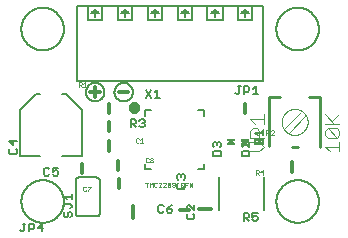
<source format=gbr>
G04 EAGLE Gerber RS-274X export*
G75*
%MOMM*%
%FSLAX34Y34*%
%LPD*%
%INSilkscreen Top*%
%IPPOS*%
%AMOC8*
5,1,8,0,0,1.08239X$1,22.5*%
G01*
%ADD10C,0.304800*%
%ADD11C,0.025400*%
%ADD12C,0.254000*%
%ADD13C,0.101600*%
%ADD14C,0.203200*%
%ADD15C,0.152400*%
%ADD16R,0.762000X0.127000*%
%ADD17C,0.500000*%
%ADD18C,0.050800*%

G36*
X196889Y117861D02*
X196889Y117861D01*
X196909Y117859D01*
X197010Y117884D01*
X197112Y117903D01*
X197129Y117913D01*
X197148Y117917D01*
X197236Y117973D01*
X197326Y118024D01*
X197343Y118041D01*
X197356Y118049D01*
X197376Y118074D01*
X197444Y118142D01*
X199984Y121317D01*
X199999Y121343D01*
X200020Y121365D01*
X200059Y121450D01*
X200105Y121532D01*
X200111Y121561D01*
X200123Y121588D01*
X200133Y121681D01*
X200151Y121773D01*
X200147Y121803D01*
X200150Y121832D01*
X200130Y121924D01*
X200118Y122017D01*
X200104Y122044D01*
X200098Y122073D01*
X200050Y122153D01*
X200008Y122237D01*
X199987Y122258D01*
X199972Y122284D01*
X199900Y122345D01*
X199834Y122411D01*
X199808Y122424D01*
X199785Y122444D01*
X199698Y122479D01*
X199614Y122521D01*
X199584Y122525D01*
X199557Y122536D01*
X199390Y122554D01*
X194310Y122554D01*
X194281Y122549D01*
X194251Y122552D01*
X194160Y122530D01*
X194067Y122515D01*
X194041Y122501D01*
X194012Y122494D01*
X193933Y122443D01*
X193850Y122399D01*
X193829Y122378D01*
X193804Y122362D01*
X193745Y122289D01*
X193681Y122221D01*
X193668Y122194D01*
X193649Y122171D01*
X193616Y122083D01*
X193577Y121998D01*
X193574Y121968D01*
X193563Y121941D01*
X193560Y121847D01*
X193550Y121754D01*
X193556Y121724D01*
X193555Y121695D01*
X193582Y121605D01*
X193602Y121513D01*
X193617Y121488D01*
X193626Y121459D01*
X193716Y121317D01*
X196256Y118142D01*
X196333Y118073D01*
X196406Y118000D01*
X196424Y117991D01*
X196438Y117978D01*
X196534Y117936D01*
X196626Y117890D01*
X196646Y117888D01*
X196664Y117880D01*
X196767Y117871D01*
X196870Y117857D01*
X196889Y117861D01*
G37*
G36*
X187354Y117481D02*
X187354Y117481D01*
X187384Y117478D01*
X187475Y117500D01*
X187568Y117516D01*
X187594Y117529D01*
X187623Y117536D01*
X187702Y117587D01*
X187785Y117631D01*
X187806Y117652D01*
X187831Y117668D01*
X187890Y117741D01*
X187955Y117809D01*
X187967Y117836D01*
X187986Y117859D01*
X188019Y117947D01*
X188058Y118032D01*
X188061Y118062D01*
X188072Y118089D01*
X188075Y118183D01*
X188085Y118276D01*
X188079Y118306D01*
X188080Y118335D01*
X188053Y118425D01*
X188033Y118517D01*
X188018Y118542D01*
X188009Y118571D01*
X187919Y118713D01*
X185379Y121888D01*
X185302Y121957D01*
X185229Y122030D01*
X185212Y122039D01*
X185197Y122052D01*
X185101Y122094D01*
X185009Y122140D01*
X184989Y122142D01*
X184971Y122150D01*
X184868Y122159D01*
X184765Y122173D01*
X184746Y122169D01*
X184726Y122171D01*
X184625Y122146D01*
X184523Y122127D01*
X184506Y122117D01*
X184487Y122113D01*
X184400Y122057D01*
X184309Y122006D01*
X184292Y121989D01*
X184279Y121981D01*
X184259Y121956D01*
X184191Y121888D01*
X181651Y118713D01*
X181636Y118687D01*
X181616Y118665D01*
X181576Y118580D01*
X181530Y118498D01*
X181524Y118469D01*
X181512Y118442D01*
X181502Y118349D01*
X181484Y118257D01*
X181488Y118227D01*
X181485Y118198D01*
X181505Y118106D01*
X181518Y118013D01*
X181531Y117986D01*
X181537Y117957D01*
X181585Y117877D01*
X181627Y117793D01*
X181648Y117772D01*
X181663Y117746D01*
X181735Y117685D01*
X181801Y117619D01*
X181827Y117606D01*
X181850Y117586D01*
X181937Y117551D01*
X182021Y117509D01*
X182051Y117505D01*
X182078Y117494D01*
X182245Y117476D01*
X187325Y117476D01*
X187354Y117481D01*
G37*
G36*
X211484Y117481D02*
X211484Y117481D01*
X211514Y117478D01*
X211605Y117500D01*
X211698Y117516D01*
X211724Y117529D01*
X211753Y117536D01*
X211832Y117587D01*
X211915Y117631D01*
X211936Y117652D01*
X211961Y117668D01*
X212020Y117741D01*
X212085Y117809D01*
X212097Y117836D01*
X212116Y117859D01*
X212149Y117947D01*
X212188Y118032D01*
X212191Y118062D01*
X212202Y118089D01*
X212205Y118183D01*
X212215Y118276D01*
X212209Y118306D01*
X212210Y118335D01*
X212183Y118425D01*
X212163Y118517D01*
X212148Y118542D01*
X212139Y118571D01*
X212049Y118713D01*
X209509Y121888D01*
X209432Y121957D01*
X209359Y122030D01*
X209342Y122039D01*
X209327Y122052D01*
X209231Y122094D01*
X209139Y122140D01*
X209119Y122142D01*
X209101Y122150D01*
X208998Y122159D01*
X208895Y122173D01*
X208876Y122169D01*
X208856Y122171D01*
X208755Y122146D01*
X208653Y122127D01*
X208636Y122117D01*
X208617Y122113D01*
X208530Y122057D01*
X208439Y122006D01*
X208422Y121989D01*
X208409Y121981D01*
X208389Y121956D01*
X208321Y121888D01*
X205781Y118713D01*
X205766Y118687D01*
X205746Y118665D01*
X205706Y118580D01*
X205660Y118498D01*
X205654Y118469D01*
X205642Y118442D01*
X205632Y118349D01*
X205614Y118257D01*
X205618Y118227D01*
X205615Y118198D01*
X205635Y118106D01*
X205648Y118013D01*
X205661Y117986D01*
X205667Y117957D01*
X205715Y117877D01*
X205757Y117793D01*
X205778Y117772D01*
X205793Y117746D01*
X205865Y117685D01*
X205931Y117619D01*
X205957Y117606D01*
X205980Y117586D01*
X206067Y117551D01*
X206151Y117509D01*
X206181Y117505D01*
X206208Y117494D01*
X206375Y117476D01*
X211455Y117476D01*
X211484Y117481D01*
G37*
D10*
X81280Y120840D02*
X81280Y112840D01*
D11*
X106174Y123320D02*
X106809Y122685D01*
X106174Y123320D02*
X104903Y123320D01*
X104267Y122685D01*
X104267Y120143D01*
X104903Y119507D01*
X106174Y119507D01*
X106809Y120143D01*
X108009Y122049D02*
X109280Y123320D01*
X109280Y119507D01*
X108009Y119507D02*
X110551Y119507D01*
D10*
X81280Y144590D02*
X81280Y152590D01*
D11*
X56007Y167132D02*
X56007Y170945D01*
X57914Y170945D01*
X58549Y170310D01*
X58549Y169039D01*
X57914Y168403D01*
X56007Y168403D01*
X57278Y168403D02*
X58549Y167132D01*
X59749Y169674D02*
X61020Y170945D01*
X61020Y167132D01*
X59749Y167132D02*
X62291Y167132D01*
D10*
X196850Y152590D02*
X196850Y144590D01*
D11*
X214893Y130051D02*
X214893Y126238D01*
X214893Y130051D02*
X216799Y130051D01*
X217435Y129416D01*
X217435Y128145D01*
X216799Y127509D01*
X214893Y127509D01*
X216164Y127509D02*
X217435Y126238D01*
X218635Y126238D02*
X221177Y126238D01*
X218635Y126238D02*
X221177Y128780D01*
X221177Y129416D01*
X220542Y130051D01*
X219270Y130051D01*
X218635Y129416D01*
D10*
X90170Y89090D02*
X90170Y81090D01*
D11*
X62495Y81791D02*
X61859Y82426D01*
X60588Y82426D01*
X59953Y81791D01*
X59953Y79249D01*
X60588Y78613D01*
X61859Y78613D01*
X62495Y79249D01*
X63695Y82426D02*
X66237Y82426D01*
X66237Y81791D01*
X63695Y79249D01*
X63695Y78613D01*
D10*
X89535Y96330D02*
X89535Y104330D01*
D11*
X114429Y106810D02*
X115064Y106175D01*
X114429Y106810D02*
X113158Y106810D01*
X112522Y106175D01*
X112522Y103633D01*
X113158Y102997D01*
X114429Y102997D01*
X115064Y103633D01*
X116264Y106175D02*
X116900Y106810D01*
X118171Y106810D01*
X118806Y106175D01*
X118806Y105539D01*
X118171Y104904D01*
X118806Y104268D01*
X118806Y103633D01*
X118171Y102997D01*
X116900Y102997D01*
X116264Y103633D01*
X116264Y104268D01*
X116900Y104904D01*
X116264Y105539D01*
X116264Y106175D01*
X116900Y104904D02*
X118171Y104904D01*
D12*
X260260Y116160D02*
X260260Y158660D01*
X250760Y158660D01*
X226760Y158660D02*
X217260Y158660D01*
X217260Y117160D01*
X236260Y115660D02*
X241260Y115660D01*
D13*
X233760Y128160D02*
X247760Y142160D01*
X244260Y145660D02*
X230260Y131660D01*
X227760Y137160D02*
X227763Y137430D01*
X227773Y137700D01*
X227790Y137969D01*
X227813Y138238D01*
X227843Y138507D01*
X227879Y138774D01*
X227922Y139041D01*
X227971Y139306D01*
X228027Y139570D01*
X228090Y139833D01*
X228158Y140094D01*
X228234Y140353D01*
X228315Y140610D01*
X228403Y140866D01*
X228497Y141119D01*
X228597Y141370D01*
X228704Y141618D01*
X228816Y141863D01*
X228935Y142106D01*
X229059Y142345D01*
X229189Y142582D01*
X229325Y142815D01*
X229467Y143045D01*
X229614Y143271D01*
X229767Y143494D01*
X229925Y143713D01*
X230088Y143928D01*
X230257Y144138D01*
X230431Y144345D01*
X230610Y144547D01*
X230793Y144745D01*
X230982Y144938D01*
X231175Y145127D01*
X231373Y145310D01*
X231575Y145489D01*
X231782Y145663D01*
X231992Y145832D01*
X232207Y145995D01*
X232426Y146153D01*
X232649Y146306D01*
X232875Y146453D01*
X233105Y146595D01*
X233338Y146731D01*
X233575Y146861D01*
X233814Y146985D01*
X234057Y147104D01*
X234302Y147216D01*
X234550Y147323D01*
X234801Y147423D01*
X235054Y147517D01*
X235310Y147605D01*
X235567Y147686D01*
X235826Y147762D01*
X236087Y147830D01*
X236350Y147893D01*
X236614Y147949D01*
X236879Y147998D01*
X237146Y148041D01*
X237413Y148077D01*
X237682Y148107D01*
X237951Y148130D01*
X238220Y148147D01*
X238490Y148157D01*
X238760Y148160D01*
X239030Y148157D01*
X239300Y148147D01*
X239569Y148130D01*
X239838Y148107D01*
X240107Y148077D01*
X240374Y148041D01*
X240641Y147998D01*
X240906Y147949D01*
X241170Y147893D01*
X241433Y147830D01*
X241694Y147762D01*
X241953Y147686D01*
X242210Y147605D01*
X242466Y147517D01*
X242719Y147423D01*
X242970Y147323D01*
X243218Y147216D01*
X243463Y147104D01*
X243706Y146985D01*
X243945Y146861D01*
X244182Y146731D01*
X244415Y146595D01*
X244645Y146453D01*
X244871Y146306D01*
X245094Y146153D01*
X245313Y145995D01*
X245528Y145832D01*
X245738Y145663D01*
X245945Y145489D01*
X246147Y145310D01*
X246345Y145127D01*
X246538Y144938D01*
X246727Y144745D01*
X246910Y144547D01*
X247089Y144345D01*
X247263Y144138D01*
X247432Y143928D01*
X247595Y143713D01*
X247753Y143494D01*
X247906Y143271D01*
X248053Y143045D01*
X248195Y142815D01*
X248331Y142582D01*
X248461Y142345D01*
X248585Y142106D01*
X248704Y141863D01*
X248816Y141618D01*
X248923Y141370D01*
X249023Y141119D01*
X249117Y140866D01*
X249205Y140610D01*
X249286Y140353D01*
X249362Y140094D01*
X249430Y139833D01*
X249493Y139570D01*
X249549Y139306D01*
X249598Y139041D01*
X249641Y138774D01*
X249677Y138507D01*
X249707Y138238D01*
X249730Y137969D01*
X249747Y137700D01*
X249757Y137430D01*
X249760Y137160D01*
X249757Y136890D01*
X249747Y136620D01*
X249730Y136351D01*
X249707Y136082D01*
X249677Y135813D01*
X249641Y135546D01*
X249598Y135279D01*
X249549Y135014D01*
X249493Y134750D01*
X249430Y134487D01*
X249362Y134226D01*
X249286Y133967D01*
X249205Y133710D01*
X249117Y133454D01*
X249023Y133201D01*
X248923Y132950D01*
X248816Y132702D01*
X248704Y132457D01*
X248585Y132214D01*
X248461Y131975D01*
X248331Y131738D01*
X248195Y131505D01*
X248053Y131275D01*
X247906Y131049D01*
X247753Y130826D01*
X247595Y130607D01*
X247432Y130392D01*
X247263Y130182D01*
X247089Y129975D01*
X246910Y129773D01*
X246727Y129575D01*
X246538Y129382D01*
X246345Y129193D01*
X246147Y129010D01*
X245945Y128831D01*
X245738Y128657D01*
X245528Y128488D01*
X245313Y128325D01*
X245094Y128167D01*
X244871Y128014D01*
X244645Y127867D01*
X244415Y127725D01*
X244182Y127589D01*
X243945Y127459D01*
X243706Y127335D01*
X243463Y127216D01*
X243218Y127104D01*
X242970Y126997D01*
X242719Y126897D01*
X242466Y126803D01*
X242210Y126715D01*
X241953Y126634D01*
X241694Y126558D01*
X241433Y126490D01*
X241170Y126427D01*
X240906Y126371D01*
X240641Y126322D01*
X240374Y126279D01*
X240107Y126243D01*
X239838Y126213D01*
X239569Y126190D01*
X239300Y126173D01*
X239030Y126163D01*
X238760Y126160D01*
X238490Y126163D01*
X238220Y126173D01*
X237951Y126190D01*
X237682Y126213D01*
X237413Y126243D01*
X237146Y126279D01*
X236879Y126322D01*
X236614Y126371D01*
X236350Y126427D01*
X236087Y126490D01*
X235826Y126558D01*
X235567Y126634D01*
X235310Y126715D01*
X235054Y126803D01*
X234801Y126897D01*
X234550Y126997D01*
X234302Y127104D01*
X234057Y127216D01*
X233814Y127335D01*
X233575Y127459D01*
X233338Y127589D01*
X233105Y127725D01*
X232875Y127867D01*
X232649Y128014D01*
X232426Y128167D01*
X232207Y128325D01*
X231992Y128488D01*
X231782Y128657D01*
X231575Y128831D01*
X231373Y129010D01*
X231175Y129193D01*
X230982Y129382D01*
X230793Y129575D01*
X230610Y129773D01*
X230431Y129975D01*
X230257Y130182D01*
X230088Y130392D01*
X229925Y130607D01*
X229767Y130826D01*
X229614Y131049D01*
X229467Y131275D01*
X229325Y131505D01*
X229189Y131738D01*
X229059Y131975D01*
X228935Y132214D01*
X228816Y132457D01*
X228704Y132702D01*
X228597Y132950D01*
X228497Y133201D01*
X228403Y133454D01*
X228315Y133710D01*
X228234Y133967D01*
X228158Y134226D01*
X228090Y134487D01*
X228027Y134750D01*
X227971Y135014D01*
X227922Y135279D01*
X227879Y135546D01*
X227843Y135813D01*
X227813Y136082D01*
X227790Y136351D01*
X227773Y136620D01*
X227763Y136890D01*
X227760Y137160D01*
X208954Y112268D02*
X201158Y112268D01*
X208954Y112268D02*
X212852Y116166D01*
X208954Y120064D01*
X201158Y120064D01*
X201158Y123962D02*
X212852Y123962D01*
X201158Y123962D02*
X201158Y129809D01*
X203107Y131758D01*
X207005Y131758D01*
X208954Y129809D01*
X208954Y123962D01*
X208954Y127860D02*
X212852Y131758D01*
X205056Y135656D02*
X201158Y139554D01*
X212852Y139554D01*
X212852Y135656D02*
X212852Y143452D01*
X264658Y116166D02*
X268556Y112268D01*
X264658Y116166D02*
X276352Y116166D01*
X276352Y112268D02*
X276352Y120064D01*
X274403Y123962D02*
X266607Y123962D01*
X264658Y125911D01*
X264658Y129809D01*
X266607Y131758D01*
X274403Y131758D01*
X276352Y129809D01*
X276352Y125911D01*
X274403Y123962D01*
X266607Y131758D01*
X264658Y135656D02*
X276352Y135656D01*
X272454Y135656D02*
X264658Y143452D01*
X270505Y137605D02*
X276352Y143452D01*
D10*
X236220Y103060D02*
X236220Y95060D01*
D11*
X206003Y96396D02*
X206003Y92583D01*
X206003Y96396D02*
X207909Y96396D01*
X208545Y95761D01*
X208545Y94490D01*
X207909Y93854D01*
X206003Y93854D01*
X207274Y93854D02*
X208545Y92583D01*
X211652Y92583D02*
X211652Y96396D01*
X209745Y94490D01*
X212287Y94490D01*
D14*
X7400Y215900D02*
X7405Y216342D01*
X7422Y216783D01*
X7449Y217224D01*
X7487Y217664D01*
X7535Y218103D01*
X7595Y218541D01*
X7665Y218977D01*
X7746Y219412D01*
X7837Y219844D01*
X7939Y220274D01*
X8052Y220701D01*
X8175Y221125D01*
X8308Y221546D01*
X8452Y221964D01*
X8606Y222378D01*
X8770Y222788D01*
X8944Y223194D01*
X9128Y223596D01*
X9322Y223993D01*
X9525Y224385D01*
X9738Y224772D01*
X9961Y225154D01*
X10193Y225530D01*
X10434Y225900D01*
X10683Y226265D01*
X10942Y226623D01*
X11210Y226974D01*
X11486Y227319D01*
X11770Y227657D01*
X12063Y227988D01*
X12364Y228312D01*
X12672Y228628D01*
X12988Y228936D01*
X13312Y229237D01*
X13643Y229530D01*
X13981Y229814D01*
X14326Y230090D01*
X14677Y230358D01*
X15035Y230617D01*
X15400Y230866D01*
X15770Y231107D01*
X16146Y231339D01*
X16528Y231562D01*
X16915Y231775D01*
X17307Y231978D01*
X17704Y232172D01*
X18106Y232356D01*
X18512Y232530D01*
X18922Y232694D01*
X19336Y232848D01*
X19754Y232992D01*
X20175Y233125D01*
X20599Y233248D01*
X21026Y233361D01*
X21456Y233463D01*
X21888Y233554D01*
X22323Y233635D01*
X22759Y233705D01*
X23197Y233765D01*
X23636Y233813D01*
X24076Y233851D01*
X24517Y233878D01*
X24958Y233895D01*
X25400Y233900D01*
X25842Y233895D01*
X26283Y233878D01*
X26724Y233851D01*
X27164Y233813D01*
X27603Y233765D01*
X28041Y233705D01*
X28477Y233635D01*
X28912Y233554D01*
X29344Y233463D01*
X29774Y233361D01*
X30201Y233248D01*
X30625Y233125D01*
X31046Y232992D01*
X31464Y232848D01*
X31878Y232694D01*
X32288Y232530D01*
X32694Y232356D01*
X33096Y232172D01*
X33493Y231978D01*
X33885Y231775D01*
X34272Y231562D01*
X34654Y231339D01*
X35030Y231107D01*
X35400Y230866D01*
X35765Y230617D01*
X36123Y230358D01*
X36474Y230090D01*
X36819Y229814D01*
X37157Y229530D01*
X37488Y229237D01*
X37812Y228936D01*
X38128Y228628D01*
X38436Y228312D01*
X38737Y227988D01*
X39030Y227657D01*
X39314Y227319D01*
X39590Y226974D01*
X39858Y226623D01*
X40117Y226265D01*
X40366Y225900D01*
X40607Y225530D01*
X40839Y225154D01*
X41062Y224772D01*
X41275Y224385D01*
X41478Y223993D01*
X41672Y223596D01*
X41856Y223194D01*
X42030Y222788D01*
X42194Y222378D01*
X42348Y221964D01*
X42492Y221546D01*
X42625Y221125D01*
X42748Y220701D01*
X42861Y220274D01*
X42963Y219844D01*
X43054Y219412D01*
X43135Y218977D01*
X43205Y218541D01*
X43265Y218103D01*
X43313Y217664D01*
X43351Y217224D01*
X43378Y216783D01*
X43395Y216342D01*
X43400Y215900D01*
X43395Y215458D01*
X43378Y215017D01*
X43351Y214576D01*
X43313Y214136D01*
X43265Y213697D01*
X43205Y213259D01*
X43135Y212823D01*
X43054Y212388D01*
X42963Y211956D01*
X42861Y211526D01*
X42748Y211099D01*
X42625Y210675D01*
X42492Y210254D01*
X42348Y209836D01*
X42194Y209422D01*
X42030Y209012D01*
X41856Y208606D01*
X41672Y208204D01*
X41478Y207807D01*
X41275Y207415D01*
X41062Y207028D01*
X40839Y206646D01*
X40607Y206270D01*
X40366Y205900D01*
X40117Y205535D01*
X39858Y205177D01*
X39590Y204826D01*
X39314Y204481D01*
X39030Y204143D01*
X38737Y203812D01*
X38436Y203488D01*
X38128Y203172D01*
X37812Y202864D01*
X37488Y202563D01*
X37157Y202270D01*
X36819Y201986D01*
X36474Y201710D01*
X36123Y201442D01*
X35765Y201183D01*
X35400Y200934D01*
X35030Y200693D01*
X34654Y200461D01*
X34272Y200238D01*
X33885Y200025D01*
X33493Y199822D01*
X33096Y199628D01*
X32694Y199444D01*
X32288Y199270D01*
X31878Y199106D01*
X31464Y198952D01*
X31046Y198808D01*
X30625Y198675D01*
X30201Y198552D01*
X29774Y198439D01*
X29344Y198337D01*
X28912Y198246D01*
X28477Y198165D01*
X28041Y198095D01*
X27603Y198035D01*
X27164Y197987D01*
X26724Y197949D01*
X26283Y197922D01*
X25842Y197905D01*
X25400Y197900D01*
X24958Y197905D01*
X24517Y197922D01*
X24076Y197949D01*
X23636Y197987D01*
X23197Y198035D01*
X22759Y198095D01*
X22323Y198165D01*
X21888Y198246D01*
X21456Y198337D01*
X21026Y198439D01*
X20599Y198552D01*
X20175Y198675D01*
X19754Y198808D01*
X19336Y198952D01*
X18922Y199106D01*
X18512Y199270D01*
X18106Y199444D01*
X17704Y199628D01*
X17307Y199822D01*
X16915Y200025D01*
X16528Y200238D01*
X16146Y200461D01*
X15770Y200693D01*
X15400Y200934D01*
X15035Y201183D01*
X14677Y201442D01*
X14326Y201710D01*
X13981Y201986D01*
X13643Y202270D01*
X13312Y202563D01*
X12988Y202864D01*
X12672Y203172D01*
X12364Y203488D01*
X12063Y203812D01*
X11770Y204143D01*
X11486Y204481D01*
X11210Y204826D01*
X10942Y205177D01*
X10683Y205535D01*
X10434Y205900D01*
X10193Y206270D01*
X9961Y206646D01*
X9738Y207028D01*
X9525Y207415D01*
X9322Y207807D01*
X9128Y208204D01*
X8944Y208606D01*
X8770Y209012D01*
X8606Y209422D01*
X8452Y209836D01*
X8308Y210254D01*
X8175Y210675D01*
X8052Y211099D01*
X7939Y211526D01*
X7837Y211956D01*
X7746Y212388D01*
X7665Y212823D01*
X7595Y213259D01*
X7535Y213697D01*
X7487Y214136D01*
X7449Y214576D01*
X7422Y215017D01*
X7405Y215458D01*
X7400Y215900D01*
X223300Y215900D02*
X223305Y216342D01*
X223322Y216783D01*
X223349Y217224D01*
X223387Y217664D01*
X223435Y218103D01*
X223495Y218541D01*
X223565Y218977D01*
X223646Y219412D01*
X223737Y219844D01*
X223839Y220274D01*
X223952Y220701D01*
X224075Y221125D01*
X224208Y221546D01*
X224352Y221964D01*
X224506Y222378D01*
X224670Y222788D01*
X224844Y223194D01*
X225028Y223596D01*
X225222Y223993D01*
X225425Y224385D01*
X225638Y224772D01*
X225861Y225154D01*
X226093Y225530D01*
X226334Y225900D01*
X226583Y226265D01*
X226842Y226623D01*
X227110Y226974D01*
X227386Y227319D01*
X227670Y227657D01*
X227963Y227988D01*
X228264Y228312D01*
X228572Y228628D01*
X228888Y228936D01*
X229212Y229237D01*
X229543Y229530D01*
X229881Y229814D01*
X230226Y230090D01*
X230577Y230358D01*
X230935Y230617D01*
X231300Y230866D01*
X231670Y231107D01*
X232046Y231339D01*
X232428Y231562D01*
X232815Y231775D01*
X233207Y231978D01*
X233604Y232172D01*
X234006Y232356D01*
X234412Y232530D01*
X234822Y232694D01*
X235236Y232848D01*
X235654Y232992D01*
X236075Y233125D01*
X236499Y233248D01*
X236926Y233361D01*
X237356Y233463D01*
X237788Y233554D01*
X238223Y233635D01*
X238659Y233705D01*
X239097Y233765D01*
X239536Y233813D01*
X239976Y233851D01*
X240417Y233878D01*
X240858Y233895D01*
X241300Y233900D01*
X241742Y233895D01*
X242183Y233878D01*
X242624Y233851D01*
X243064Y233813D01*
X243503Y233765D01*
X243941Y233705D01*
X244377Y233635D01*
X244812Y233554D01*
X245244Y233463D01*
X245674Y233361D01*
X246101Y233248D01*
X246525Y233125D01*
X246946Y232992D01*
X247364Y232848D01*
X247778Y232694D01*
X248188Y232530D01*
X248594Y232356D01*
X248996Y232172D01*
X249393Y231978D01*
X249785Y231775D01*
X250172Y231562D01*
X250554Y231339D01*
X250930Y231107D01*
X251300Y230866D01*
X251665Y230617D01*
X252023Y230358D01*
X252374Y230090D01*
X252719Y229814D01*
X253057Y229530D01*
X253388Y229237D01*
X253712Y228936D01*
X254028Y228628D01*
X254336Y228312D01*
X254637Y227988D01*
X254930Y227657D01*
X255214Y227319D01*
X255490Y226974D01*
X255758Y226623D01*
X256017Y226265D01*
X256266Y225900D01*
X256507Y225530D01*
X256739Y225154D01*
X256962Y224772D01*
X257175Y224385D01*
X257378Y223993D01*
X257572Y223596D01*
X257756Y223194D01*
X257930Y222788D01*
X258094Y222378D01*
X258248Y221964D01*
X258392Y221546D01*
X258525Y221125D01*
X258648Y220701D01*
X258761Y220274D01*
X258863Y219844D01*
X258954Y219412D01*
X259035Y218977D01*
X259105Y218541D01*
X259165Y218103D01*
X259213Y217664D01*
X259251Y217224D01*
X259278Y216783D01*
X259295Y216342D01*
X259300Y215900D01*
X259295Y215458D01*
X259278Y215017D01*
X259251Y214576D01*
X259213Y214136D01*
X259165Y213697D01*
X259105Y213259D01*
X259035Y212823D01*
X258954Y212388D01*
X258863Y211956D01*
X258761Y211526D01*
X258648Y211099D01*
X258525Y210675D01*
X258392Y210254D01*
X258248Y209836D01*
X258094Y209422D01*
X257930Y209012D01*
X257756Y208606D01*
X257572Y208204D01*
X257378Y207807D01*
X257175Y207415D01*
X256962Y207028D01*
X256739Y206646D01*
X256507Y206270D01*
X256266Y205900D01*
X256017Y205535D01*
X255758Y205177D01*
X255490Y204826D01*
X255214Y204481D01*
X254930Y204143D01*
X254637Y203812D01*
X254336Y203488D01*
X254028Y203172D01*
X253712Y202864D01*
X253388Y202563D01*
X253057Y202270D01*
X252719Y201986D01*
X252374Y201710D01*
X252023Y201442D01*
X251665Y201183D01*
X251300Y200934D01*
X250930Y200693D01*
X250554Y200461D01*
X250172Y200238D01*
X249785Y200025D01*
X249393Y199822D01*
X248996Y199628D01*
X248594Y199444D01*
X248188Y199270D01*
X247778Y199106D01*
X247364Y198952D01*
X246946Y198808D01*
X246525Y198675D01*
X246101Y198552D01*
X245674Y198439D01*
X245244Y198337D01*
X244812Y198246D01*
X244377Y198165D01*
X243941Y198095D01*
X243503Y198035D01*
X243064Y197987D01*
X242624Y197949D01*
X242183Y197922D01*
X241742Y197905D01*
X241300Y197900D01*
X240858Y197905D01*
X240417Y197922D01*
X239976Y197949D01*
X239536Y197987D01*
X239097Y198035D01*
X238659Y198095D01*
X238223Y198165D01*
X237788Y198246D01*
X237356Y198337D01*
X236926Y198439D01*
X236499Y198552D01*
X236075Y198675D01*
X235654Y198808D01*
X235236Y198952D01*
X234822Y199106D01*
X234412Y199270D01*
X234006Y199444D01*
X233604Y199628D01*
X233207Y199822D01*
X232815Y200025D01*
X232428Y200238D01*
X232046Y200461D01*
X231670Y200693D01*
X231300Y200934D01*
X230935Y201183D01*
X230577Y201442D01*
X230226Y201710D01*
X229881Y201986D01*
X229543Y202270D01*
X229212Y202563D01*
X228888Y202864D01*
X228572Y203172D01*
X228264Y203488D01*
X227963Y203812D01*
X227670Y204143D01*
X227386Y204481D01*
X227110Y204826D01*
X226842Y205177D01*
X226583Y205535D01*
X226334Y205900D01*
X226093Y206270D01*
X225861Y206646D01*
X225638Y207028D01*
X225425Y207415D01*
X225222Y207807D01*
X225028Y208204D01*
X224844Y208606D01*
X224670Y209012D01*
X224506Y209422D01*
X224352Y209836D01*
X224208Y210254D01*
X224075Y210675D01*
X223952Y211099D01*
X223839Y211526D01*
X223737Y211956D01*
X223646Y212388D01*
X223565Y212823D01*
X223495Y213259D01*
X223435Y213697D01*
X223387Y214136D01*
X223349Y214576D01*
X223322Y215017D01*
X223305Y215458D01*
X223300Y215900D01*
D10*
X167640Y63500D02*
X157480Y63500D01*
D15*
X148351Y59143D02*
X147249Y58042D01*
X147249Y55839D01*
X148351Y54737D01*
X152757Y54737D01*
X153859Y55839D01*
X153859Y58042D01*
X152757Y59143D01*
X153859Y62221D02*
X153859Y66628D01*
X149453Y66628D02*
X153859Y62221D01*
X149453Y66628D02*
X148351Y66628D01*
X147249Y65526D01*
X147249Y63323D01*
X148351Y62221D01*
X7452Y44450D02*
X6350Y45552D01*
X7452Y44450D02*
X8553Y44450D01*
X9655Y45552D01*
X9655Y51060D01*
X10756Y51060D02*
X8553Y51060D01*
X13834Y51060D02*
X13834Y44450D01*
X13834Y51060D02*
X17139Y51060D01*
X18241Y49958D01*
X18241Y47755D01*
X17139Y46653D01*
X13834Y46653D01*
X24623Y44450D02*
X24623Y51060D01*
X21318Y47755D01*
X25725Y47755D01*
X54650Y172200D02*
X212050Y172200D01*
X54650Y172200D02*
X54650Y235200D01*
X164750Y235200D01*
X177750Y235200D01*
X190750Y235200D02*
X202750Y235200D01*
X212050Y235200D01*
X212050Y172200D01*
X202750Y223200D02*
X202750Y235200D01*
X202750Y223200D02*
X190750Y223200D01*
X190750Y235200D01*
X177750Y235200D01*
X177750Y223200D01*
X164750Y223200D01*
X164750Y235200D01*
X151950Y235200D02*
X151950Y223200D01*
X139950Y223200D01*
X139950Y235200D01*
X126550Y235200D02*
X126550Y223200D01*
X114550Y223200D01*
X114550Y235200D01*
X196750Y232200D02*
X196750Y226200D01*
X199750Y229200D02*
X196750Y232200D01*
X199750Y229200D02*
X193750Y229200D01*
X196750Y232200D01*
X171350Y232200D02*
X171350Y226200D01*
X174350Y229200D02*
X171350Y232200D01*
X174350Y229200D02*
X168350Y229200D01*
X171350Y232200D01*
X145950Y232200D02*
X145950Y226200D01*
X148950Y229200D02*
X145950Y232200D01*
X148950Y229200D02*
X142950Y229200D01*
X145950Y232200D01*
X120550Y232200D02*
X120550Y226200D01*
X123550Y229200D02*
X120550Y232200D01*
X123550Y229200D02*
X117550Y229200D01*
X120550Y232200D01*
X101150Y235200D02*
X101150Y223200D01*
X89150Y223200D01*
X89150Y235200D01*
X95150Y232200D02*
X95150Y226200D01*
X98150Y229200D02*
X95150Y232200D01*
X98150Y229200D02*
X92150Y229200D01*
X95150Y232200D01*
X75750Y235200D02*
X75750Y223200D01*
X63750Y223200D01*
X63750Y235200D01*
X69750Y232200D02*
X69750Y226200D01*
X72750Y229200D02*
X69750Y232200D01*
X72750Y229200D02*
X66750Y229200D01*
X69750Y232200D01*
X188622Y161648D02*
X189723Y160546D01*
X190825Y160546D01*
X191926Y161648D01*
X191926Y167156D01*
X190825Y167156D02*
X193028Y167156D01*
X196106Y167156D02*
X196106Y160546D01*
X196106Y167156D02*
X199411Y167156D01*
X200512Y166054D01*
X200512Y163851D01*
X199411Y162749D01*
X196106Y162749D01*
X203590Y164952D02*
X205793Y167156D01*
X205793Y160546D01*
X203590Y160546D02*
X207996Y160546D01*
D10*
X149415Y62230D02*
X141415Y62230D01*
D15*
X139313Y84077D02*
X140415Y85178D01*
X139313Y84077D02*
X139313Y81874D01*
X140415Y80772D01*
X144821Y80772D01*
X145923Y81874D01*
X145923Y84077D01*
X144821Y85178D01*
X140415Y88256D02*
X139313Y89358D01*
X139313Y91561D01*
X140415Y92663D01*
X141517Y92663D01*
X142618Y91561D01*
X142618Y90459D01*
X142618Y91561D02*
X143720Y92663D01*
X144821Y92663D01*
X145923Y91561D01*
X145923Y89358D01*
X144821Y88256D01*
D10*
X73818Y162560D02*
X65881Y162560D01*
X69850Y166528D02*
X69850Y158592D01*
D14*
X62033Y162560D02*
X62035Y162752D01*
X62042Y162944D01*
X62054Y163135D01*
X62071Y163326D01*
X62092Y163517D01*
X62118Y163707D01*
X62148Y163896D01*
X62183Y164085D01*
X62223Y164273D01*
X62267Y164459D01*
X62316Y164645D01*
X62370Y164829D01*
X62428Y165012D01*
X62490Y165193D01*
X62557Y165373D01*
X62628Y165551D01*
X62704Y165728D01*
X62784Y165902D01*
X62868Y166075D01*
X62956Y166245D01*
X63049Y166413D01*
X63145Y166579D01*
X63246Y166742D01*
X63350Y166903D01*
X63459Y167061D01*
X63571Y167217D01*
X63687Y167369D01*
X63807Y167519D01*
X63931Y167666D01*
X64058Y167810D01*
X64189Y167950D01*
X64323Y168087D01*
X64460Y168221D01*
X64600Y168352D01*
X64744Y168479D01*
X64891Y168603D01*
X65041Y168723D01*
X65193Y168839D01*
X65349Y168951D01*
X65507Y169060D01*
X65668Y169164D01*
X65831Y169265D01*
X65997Y169361D01*
X66165Y169454D01*
X66335Y169542D01*
X66508Y169626D01*
X66682Y169706D01*
X66859Y169782D01*
X67037Y169853D01*
X67217Y169920D01*
X67398Y169982D01*
X67581Y170040D01*
X67765Y170094D01*
X67951Y170143D01*
X68137Y170187D01*
X68325Y170227D01*
X68514Y170262D01*
X68703Y170292D01*
X68893Y170318D01*
X69084Y170339D01*
X69275Y170356D01*
X69466Y170368D01*
X69658Y170375D01*
X69850Y170377D01*
X70042Y170375D01*
X70234Y170368D01*
X70425Y170356D01*
X70616Y170339D01*
X70807Y170318D01*
X70997Y170292D01*
X71186Y170262D01*
X71375Y170227D01*
X71563Y170187D01*
X71749Y170143D01*
X71935Y170094D01*
X72119Y170040D01*
X72302Y169982D01*
X72483Y169920D01*
X72663Y169853D01*
X72841Y169782D01*
X73018Y169706D01*
X73192Y169626D01*
X73365Y169542D01*
X73535Y169454D01*
X73703Y169361D01*
X73869Y169265D01*
X74032Y169164D01*
X74193Y169060D01*
X74351Y168951D01*
X74507Y168839D01*
X74659Y168723D01*
X74809Y168603D01*
X74956Y168479D01*
X75100Y168352D01*
X75240Y168221D01*
X75377Y168087D01*
X75511Y167950D01*
X75642Y167810D01*
X75769Y167666D01*
X75893Y167519D01*
X76013Y167369D01*
X76129Y167217D01*
X76241Y167061D01*
X76350Y166903D01*
X76454Y166742D01*
X76555Y166579D01*
X76651Y166413D01*
X76744Y166245D01*
X76832Y166075D01*
X76916Y165902D01*
X76996Y165728D01*
X77072Y165551D01*
X77143Y165373D01*
X77210Y165193D01*
X77272Y165012D01*
X77330Y164829D01*
X77384Y164645D01*
X77433Y164459D01*
X77477Y164273D01*
X77517Y164085D01*
X77552Y163896D01*
X77582Y163707D01*
X77608Y163517D01*
X77629Y163326D01*
X77646Y163135D01*
X77658Y162944D01*
X77665Y162752D01*
X77667Y162560D01*
X77665Y162368D01*
X77658Y162176D01*
X77646Y161985D01*
X77629Y161794D01*
X77608Y161603D01*
X77582Y161413D01*
X77552Y161224D01*
X77517Y161035D01*
X77477Y160847D01*
X77433Y160661D01*
X77384Y160475D01*
X77330Y160291D01*
X77272Y160108D01*
X77210Y159927D01*
X77143Y159747D01*
X77072Y159569D01*
X76996Y159392D01*
X76916Y159218D01*
X76832Y159045D01*
X76744Y158875D01*
X76651Y158707D01*
X76555Y158541D01*
X76454Y158378D01*
X76350Y158217D01*
X76241Y158059D01*
X76129Y157903D01*
X76013Y157751D01*
X75893Y157601D01*
X75769Y157454D01*
X75642Y157310D01*
X75511Y157170D01*
X75377Y157033D01*
X75240Y156899D01*
X75100Y156768D01*
X74956Y156641D01*
X74809Y156517D01*
X74659Y156397D01*
X74507Y156281D01*
X74351Y156169D01*
X74193Y156060D01*
X74032Y155956D01*
X73869Y155855D01*
X73703Y155759D01*
X73535Y155666D01*
X73365Y155578D01*
X73192Y155494D01*
X73018Y155414D01*
X72841Y155338D01*
X72663Y155267D01*
X72483Y155200D01*
X72302Y155138D01*
X72119Y155080D01*
X71935Y155026D01*
X71749Y154977D01*
X71563Y154933D01*
X71375Y154893D01*
X71186Y154858D01*
X70997Y154828D01*
X70807Y154802D01*
X70616Y154781D01*
X70425Y154764D01*
X70234Y154752D01*
X70042Y154745D01*
X69850Y154743D01*
X69658Y154745D01*
X69466Y154752D01*
X69275Y154764D01*
X69084Y154781D01*
X68893Y154802D01*
X68703Y154828D01*
X68514Y154858D01*
X68325Y154893D01*
X68137Y154933D01*
X67951Y154977D01*
X67765Y155026D01*
X67581Y155080D01*
X67398Y155138D01*
X67217Y155200D01*
X67037Y155267D01*
X66859Y155338D01*
X66682Y155414D01*
X66508Y155494D01*
X66335Y155578D01*
X66165Y155666D01*
X65997Y155759D01*
X65831Y155855D01*
X65668Y155956D01*
X65507Y156060D01*
X65349Y156169D01*
X65193Y156281D01*
X65041Y156397D01*
X64891Y156517D01*
X64744Y156641D01*
X64600Y156768D01*
X64460Y156899D01*
X64323Y157033D01*
X64189Y157170D01*
X64058Y157310D01*
X63931Y157454D01*
X63807Y157601D01*
X63687Y157751D01*
X63571Y157903D01*
X63459Y158059D01*
X63350Y158217D01*
X63246Y158378D01*
X63145Y158541D01*
X63049Y158707D01*
X62956Y158875D01*
X62868Y159045D01*
X62784Y159218D01*
X62704Y159392D01*
X62628Y159569D01*
X62557Y159747D01*
X62490Y159927D01*
X62428Y160108D01*
X62370Y160291D01*
X62316Y160475D01*
X62267Y160661D01*
X62223Y160847D01*
X62183Y161035D01*
X62148Y161224D01*
X62118Y161413D01*
X62092Y161603D01*
X62071Y161794D01*
X62054Y161985D01*
X62042Y162176D01*
X62035Y162368D01*
X62033Y162560D01*
D10*
X90011Y162560D02*
X97948Y162560D01*
D14*
X86163Y162560D02*
X86165Y162752D01*
X86172Y162944D01*
X86184Y163135D01*
X86201Y163326D01*
X86222Y163517D01*
X86248Y163707D01*
X86278Y163896D01*
X86313Y164085D01*
X86353Y164273D01*
X86397Y164459D01*
X86446Y164645D01*
X86500Y164829D01*
X86558Y165012D01*
X86620Y165193D01*
X86687Y165373D01*
X86758Y165551D01*
X86834Y165728D01*
X86914Y165902D01*
X86998Y166075D01*
X87086Y166245D01*
X87179Y166413D01*
X87275Y166579D01*
X87376Y166742D01*
X87480Y166903D01*
X87589Y167061D01*
X87701Y167217D01*
X87817Y167369D01*
X87937Y167519D01*
X88061Y167666D01*
X88188Y167810D01*
X88319Y167950D01*
X88453Y168087D01*
X88590Y168221D01*
X88730Y168352D01*
X88874Y168479D01*
X89021Y168603D01*
X89171Y168723D01*
X89323Y168839D01*
X89479Y168951D01*
X89637Y169060D01*
X89798Y169164D01*
X89961Y169265D01*
X90127Y169361D01*
X90295Y169454D01*
X90465Y169542D01*
X90638Y169626D01*
X90812Y169706D01*
X90989Y169782D01*
X91167Y169853D01*
X91347Y169920D01*
X91528Y169982D01*
X91711Y170040D01*
X91895Y170094D01*
X92081Y170143D01*
X92267Y170187D01*
X92455Y170227D01*
X92644Y170262D01*
X92833Y170292D01*
X93023Y170318D01*
X93214Y170339D01*
X93405Y170356D01*
X93596Y170368D01*
X93788Y170375D01*
X93980Y170377D01*
X94172Y170375D01*
X94364Y170368D01*
X94555Y170356D01*
X94746Y170339D01*
X94937Y170318D01*
X95127Y170292D01*
X95316Y170262D01*
X95505Y170227D01*
X95693Y170187D01*
X95879Y170143D01*
X96065Y170094D01*
X96249Y170040D01*
X96432Y169982D01*
X96613Y169920D01*
X96793Y169853D01*
X96971Y169782D01*
X97148Y169706D01*
X97322Y169626D01*
X97495Y169542D01*
X97665Y169454D01*
X97833Y169361D01*
X97999Y169265D01*
X98162Y169164D01*
X98323Y169060D01*
X98481Y168951D01*
X98637Y168839D01*
X98789Y168723D01*
X98939Y168603D01*
X99086Y168479D01*
X99230Y168352D01*
X99370Y168221D01*
X99507Y168087D01*
X99641Y167950D01*
X99772Y167810D01*
X99899Y167666D01*
X100023Y167519D01*
X100143Y167369D01*
X100259Y167217D01*
X100371Y167061D01*
X100480Y166903D01*
X100584Y166742D01*
X100685Y166579D01*
X100781Y166413D01*
X100874Y166245D01*
X100962Y166075D01*
X101046Y165902D01*
X101126Y165728D01*
X101202Y165551D01*
X101273Y165373D01*
X101340Y165193D01*
X101402Y165012D01*
X101460Y164829D01*
X101514Y164645D01*
X101563Y164459D01*
X101607Y164273D01*
X101647Y164085D01*
X101682Y163896D01*
X101712Y163707D01*
X101738Y163517D01*
X101759Y163326D01*
X101776Y163135D01*
X101788Y162944D01*
X101795Y162752D01*
X101797Y162560D01*
X101795Y162368D01*
X101788Y162176D01*
X101776Y161985D01*
X101759Y161794D01*
X101738Y161603D01*
X101712Y161413D01*
X101682Y161224D01*
X101647Y161035D01*
X101607Y160847D01*
X101563Y160661D01*
X101514Y160475D01*
X101460Y160291D01*
X101402Y160108D01*
X101340Y159927D01*
X101273Y159747D01*
X101202Y159569D01*
X101126Y159392D01*
X101046Y159218D01*
X100962Y159045D01*
X100874Y158875D01*
X100781Y158707D01*
X100685Y158541D01*
X100584Y158378D01*
X100480Y158217D01*
X100371Y158059D01*
X100259Y157903D01*
X100143Y157751D01*
X100023Y157601D01*
X99899Y157454D01*
X99772Y157310D01*
X99641Y157170D01*
X99507Y157033D01*
X99370Y156899D01*
X99230Y156768D01*
X99086Y156641D01*
X98939Y156517D01*
X98789Y156397D01*
X98637Y156281D01*
X98481Y156169D01*
X98323Y156060D01*
X98162Y155956D01*
X97999Y155855D01*
X97833Y155759D01*
X97665Y155666D01*
X97495Y155578D01*
X97322Y155494D01*
X97148Y155414D01*
X96971Y155338D01*
X96793Y155267D01*
X96613Y155200D01*
X96432Y155138D01*
X96249Y155080D01*
X96065Y155026D01*
X95879Y154977D01*
X95693Y154933D01*
X95505Y154893D01*
X95316Y154858D01*
X95127Y154828D01*
X94937Y154802D01*
X94746Y154781D01*
X94555Y154764D01*
X94364Y154752D01*
X94172Y154745D01*
X93980Y154743D01*
X93788Y154745D01*
X93596Y154752D01*
X93405Y154764D01*
X93214Y154781D01*
X93023Y154802D01*
X92833Y154828D01*
X92644Y154858D01*
X92455Y154893D01*
X92267Y154933D01*
X92081Y154977D01*
X91895Y155026D01*
X91711Y155080D01*
X91528Y155138D01*
X91347Y155200D01*
X91167Y155267D01*
X90989Y155338D01*
X90812Y155414D01*
X90638Y155494D01*
X90465Y155578D01*
X90295Y155666D01*
X90127Y155759D01*
X89961Y155855D01*
X89798Y155956D01*
X89637Y156060D01*
X89479Y156169D01*
X89323Y156281D01*
X89171Y156397D01*
X89021Y156517D01*
X88874Y156641D01*
X88730Y156768D01*
X88590Y156899D01*
X88453Y157033D01*
X88319Y157170D01*
X88188Y157310D01*
X88061Y157454D01*
X87937Y157601D01*
X87817Y157751D01*
X87701Y157903D01*
X87589Y158059D01*
X87480Y158217D01*
X87376Y158378D01*
X87275Y158541D01*
X87179Y158707D01*
X87086Y158875D01*
X86998Y159045D01*
X86914Y159218D01*
X86834Y159392D01*
X86758Y159569D01*
X86687Y159747D01*
X86620Y159927D01*
X86558Y160108D01*
X86500Y160291D01*
X86446Y160475D01*
X86397Y160661D01*
X86353Y160847D01*
X86313Y161035D01*
X86278Y161224D01*
X86248Y161413D01*
X86222Y161603D01*
X86201Y161794D01*
X86184Y161985D01*
X86172Y162176D01*
X86165Y162368D01*
X86163Y162560D01*
D10*
X81280Y137350D02*
X81280Y129350D01*
D15*
X99822Y132842D02*
X99822Y139452D01*
X103127Y139452D01*
X104228Y138350D01*
X104228Y136147D01*
X103127Y135045D01*
X99822Y135045D01*
X102025Y135045D02*
X104228Y132842D01*
X107306Y138350D02*
X108408Y139452D01*
X110611Y139452D01*
X111713Y138350D01*
X111713Y137248D01*
X110611Y136147D01*
X109509Y136147D01*
X110611Y136147D02*
X111713Y135045D01*
X111713Y133944D01*
X110611Y132842D01*
X108408Y132842D01*
X107306Y133944D01*
D14*
X7400Y69850D02*
X7405Y70292D01*
X7422Y70733D01*
X7449Y71174D01*
X7487Y71614D01*
X7535Y72053D01*
X7595Y72491D01*
X7665Y72927D01*
X7746Y73362D01*
X7837Y73794D01*
X7939Y74224D01*
X8052Y74651D01*
X8175Y75075D01*
X8308Y75496D01*
X8452Y75914D01*
X8606Y76328D01*
X8770Y76738D01*
X8944Y77144D01*
X9128Y77546D01*
X9322Y77943D01*
X9525Y78335D01*
X9738Y78722D01*
X9961Y79104D01*
X10193Y79480D01*
X10434Y79850D01*
X10683Y80215D01*
X10942Y80573D01*
X11210Y80924D01*
X11486Y81269D01*
X11770Y81607D01*
X12063Y81938D01*
X12364Y82262D01*
X12672Y82578D01*
X12988Y82886D01*
X13312Y83187D01*
X13643Y83480D01*
X13981Y83764D01*
X14326Y84040D01*
X14677Y84308D01*
X15035Y84567D01*
X15400Y84816D01*
X15770Y85057D01*
X16146Y85289D01*
X16528Y85512D01*
X16915Y85725D01*
X17307Y85928D01*
X17704Y86122D01*
X18106Y86306D01*
X18512Y86480D01*
X18922Y86644D01*
X19336Y86798D01*
X19754Y86942D01*
X20175Y87075D01*
X20599Y87198D01*
X21026Y87311D01*
X21456Y87413D01*
X21888Y87504D01*
X22323Y87585D01*
X22759Y87655D01*
X23197Y87715D01*
X23636Y87763D01*
X24076Y87801D01*
X24517Y87828D01*
X24958Y87845D01*
X25400Y87850D01*
X25842Y87845D01*
X26283Y87828D01*
X26724Y87801D01*
X27164Y87763D01*
X27603Y87715D01*
X28041Y87655D01*
X28477Y87585D01*
X28912Y87504D01*
X29344Y87413D01*
X29774Y87311D01*
X30201Y87198D01*
X30625Y87075D01*
X31046Y86942D01*
X31464Y86798D01*
X31878Y86644D01*
X32288Y86480D01*
X32694Y86306D01*
X33096Y86122D01*
X33493Y85928D01*
X33885Y85725D01*
X34272Y85512D01*
X34654Y85289D01*
X35030Y85057D01*
X35400Y84816D01*
X35765Y84567D01*
X36123Y84308D01*
X36474Y84040D01*
X36819Y83764D01*
X37157Y83480D01*
X37488Y83187D01*
X37812Y82886D01*
X38128Y82578D01*
X38436Y82262D01*
X38737Y81938D01*
X39030Y81607D01*
X39314Y81269D01*
X39590Y80924D01*
X39858Y80573D01*
X40117Y80215D01*
X40366Y79850D01*
X40607Y79480D01*
X40839Y79104D01*
X41062Y78722D01*
X41275Y78335D01*
X41478Y77943D01*
X41672Y77546D01*
X41856Y77144D01*
X42030Y76738D01*
X42194Y76328D01*
X42348Y75914D01*
X42492Y75496D01*
X42625Y75075D01*
X42748Y74651D01*
X42861Y74224D01*
X42963Y73794D01*
X43054Y73362D01*
X43135Y72927D01*
X43205Y72491D01*
X43265Y72053D01*
X43313Y71614D01*
X43351Y71174D01*
X43378Y70733D01*
X43395Y70292D01*
X43400Y69850D01*
X43395Y69408D01*
X43378Y68967D01*
X43351Y68526D01*
X43313Y68086D01*
X43265Y67647D01*
X43205Y67209D01*
X43135Y66773D01*
X43054Y66338D01*
X42963Y65906D01*
X42861Y65476D01*
X42748Y65049D01*
X42625Y64625D01*
X42492Y64204D01*
X42348Y63786D01*
X42194Y63372D01*
X42030Y62962D01*
X41856Y62556D01*
X41672Y62154D01*
X41478Y61757D01*
X41275Y61365D01*
X41062Y60978D01*
X40839Y60596D01*
X40607Y60220D01*
X40366Y59850D01*
X40117Y59485D01*
X39858Y59127D01*
X39590Y58776D01*
X39314Y58431D01*
X39030Y58093D01*
X38737Y57762D01*
X38436Y57438D01*
X38128Y57122D01*
X37812Y56814D01*
X37488Y56513D01*
X37157Y56220D01*
X36819Y55936D01*
X36474Y55660D01*
X36123Y55392D01*
X35765Y55133D01*
X35400Y54884D01*
X35030Y54643D01*
X34654Y54411D01*
X34272Y54188D01*
X33885Y53975D01*
X33493Y53772D01*
X33096Y53578D01*
X32694Y53394D01*
X32288Y53220D01*
X31878Y53056D01*
X31464Y52902D01*
X31046Y52758D01*
X30625Y52625D01*
X30201Y52502D01*
X29774Y52389D01*
X29344Y52287D01*
X28912Y52196D01*
X28477Y52115D01*
X28041Y52045D01*
X27603Y51985D01*
X27164Y51937D01*
X26724Y51899D01*
X26283Y51872D01*
X25842Y51855D01*
X25400Y51850D01*
X24958Y51855D01*
X24517Y51872D01*
X24076Y51899D01*
X23636Y51937D01*
X23197Y51985D01*
X22759Y52045D01*
X22323Y52115D01*
X21888Y52196D01*
X21456Y52287D01*
X21026Y52389D01*
X20599Y52502D01*
X20175Y52625D01*
X19754Y52758D01*
X19336Y52902D01*
X18922Y53056D01*
X18512Y53220D01*
X18106Y53394D01*
X17704Y53578D01*
X17307Y53772D01*
X16915Y53975D01*
X16528Y54188D01*
X16146Y54411D01*
X15770Y54643D01*
X15400Y54884D01*
X15035Y55133D01*
X14677Y55392D01*
X14326Y55660D01*
X13981Y55936D01*
X13643Y56220D01*
X13312Y56513D01*
X12988Y56814D01*
X12672Y57122D01*
X12364Y57438D01*
X12063Y57762D01*
X11770Y58093D01*
X11486Y58431D01*
X11210Y58776D01*
X10942Y59127D01*
X10683Y59485D01*
X10434Y59850D01*
X10193Y60220D01*
X9961Y60596D01*
X9738Y60978D01*
X9525Y61365D01*
X9322Y61757D01*
X9128Y62154D01*
X8944Y62556D01*
X8770Y62962D01*
X8606Y63372D01*
X8452Y63786D01*
X8308Y64204D01*
X8175Y64625D01*
X8052Y65049D01*
X7939Y65476D01*
X7837Y65906D01*
X7746Y66338D01*
X7665Y66773D01*
X7595Y67209D01*
X7535Y67647D01*
X7487Y68086D01*
X7449Y68526D01*
X7422Y68967D01*
X7405Y69408D01*
X7400Y69850D01*
X223300Y69850D02*
X223305Y70292D01*
X223322Y70733D01*
X223349Y71174D01*
X223387Y71614D01*
X223435Y72053D01*
X223495Y72491D01*
X223565Y72927D01*
X223646Y73362D01*
X223737Y73794D01*
X223839Y74224D01*
X223952Y74651D01*
X224075Y75075D01*
X224208Y75496D01*
X224352Y75914D01*
X224506Y76328D01*
X224670Y76738D01*
X224844Y77144D01*
X225028Y77546D01*
X225222Y77943D01*
X225425Y78335D01*
X225638Y78722D01*
X225861Y79104D01*
X226093Y79480D01*
X226334Y79850D01*
X226583Y80215D01*
X226842Y80573D01*
X227110Y80924D01*
X227386Y81269D01*
X227670Y81607D01*
X227963Y81938D01*
X228264Y82262D01*
X228572Y82578D01*
X228888Y82886D01*
X229212Y83187D01*
X229543Y83480D01*
X229881Y83764D01*
X230226Y84040D01*
X230577Y84308D01*
X230935Y84567D01*
X231300Y84816D01*
X231670Y85057D01*
X232046Y85289D01*
X232428Y85512D01*
X232815Y85725D01*
X233207Y85928D01*
X233604Y86122D01*
X234006Y86306D01*
X234412Y86480D01*
X234822Y86644D01*
X235236Y86798D01*
X235654Y86942D01*
X236075Y87075D01*
X236499Y87198D01*
X236926Y87311D01*
X237356Y87413D01*
X237788Y87504D01*
X238223Y87585D01*
X238659Y87655D01*
X239097Y87715D01*
X239536Y87763D01*
X239976Y87801D01*
X240417Y87828D01*
X240858Y87845D01*
X241300Y87850D01*
X241742Y87845D01*
X242183Y87828D01*
X242624Y87801D01*
X243064Y87763D01*
X243503Y87715D01*
X243941Y87655D01*
X244377Y87585D01*
X244812Y87504D01*
X245244Y87413D01*
X245674Y87311D01*
X246101Y87198D01*
X246525Y87075D01*
X246946Y86942D01*
X247364Y86798D01*
X247778Y86644D01*
X248188Y86480D01*
X248594Y86306D01*
X248996Y86122D01*
X249393Y85928D01*
X249785Y85725D01*
X250172Y85512D01*
X250554Y85289D01*
X250930Y85057D01*
X251300Y84816D01*
X251665Y84567D01*
X252023Y84308D01*
X252374Y84040D01*
X252719Y83764D01*
X253057Y83480D01*
X253388Y83187D01*
X253712Y82886D01*
X254028Y82578D01*
X254336Y82262D01*
X254637Y81938D01*
X254930Y81607D01*
X255214Y81269D01*
X255490Y80924D01*
X255758Y80573D01*
X256017Y80215D01*
X256266Y79850D01*
X256507Y79480D01*
X256739Y79104D01*
X256962Y78722D01*
X257175Y78335D01*
X257378Y77943D01*
X257572Y77546D01*
X257756Y77144D01*
X257930Y76738D01*
X258094Y76328D01*
X258248Y75914D01*
X258392Y75496D01*
X258525Y75075D01*
X258648Y74651D01*
X258761Y74224D01*
X258863Y73794D01*
X258954Y73362D01*
X259035Y72927D01*
X259105Y72491D01*
X259165Y72053D01*
X259213Y71614D01*
X259251Y71174D01*
X259278Y70733D01*
X259295Y70292D01*
X259300Y69850D01*
X259295Y69408D01*
X259278Y68967D01*
X259251Y68526D01*
X259213Y68086D01*
X259165Y67647D01*
X259105Y67209D01*
X259035Y66773D01*
X258954Y66338D01*
X258863Y65906D01*
X258761Y65476D01*
X258648Y65049D01*
X258525Y64625D01*
X258392Y64204D01*
X258248Y63786D01*
X258094Y63372D01*
X257930Y62962D01*
X257756Y62556D01*
X257572Y62154D01*
X257378Y61757D01*
X257175Y61365D01*
X256962Y60978D01*
X256739Y60596D01*
X256507Y60220D01*
X256266Y59850D01*
X256017Y59485D01*
X255758Y59127D01*
X255490Y58776D01*
X255214Y58431D01*
X254930Y58093D01*
X254637Y57762D01*
X254336Y57438D01*
X254028Y57122D01*
X253712Y56814D01*
X253388Y56513D01*
X253057Y56220D01*
X252719Y55936D01*
X252374Y55660D01*
X252023Y55392D01*
X251665Y55133D01*
X251300Y54884D01*
X250930Y54643D01*
X250554Y54411D01*
X250172Y54188D01*
X249785Y53975D01*
X249393Y53772D01*
X248996Y53578D01*
X248594Y53394D01*
X248188Y53220D01*
X247778Y53056D01*
X247364Y52902D01*
X246946Y52758D01*
X246525Y52625D01*
X246101Y52502D01*
X245674Y52389D01*
X245244Y52287D01*
X244812Y52196D01*
X244377Y52115D01*
X243941Y52045D01*
X243503Y51985D01*
X243064Y51937D01*
X242624Y51899D01*
X242183Y51872D01*
X241742Y51855D01*
X241300Y51850D01*
X240858Y51855D01*
X240417Y51872D01*
X239976Y51899D01*
X239536Y51937D01*
X239097Y51985D01*
X238659Y52045D01*
X238223Y52115D01*
X237788Y52196D01*
X237356Y52287D01*
X236926Y52389D01*
X236499Y52502D01*
X236075Y52625D01*
X235654Y52758D01*
X235236Y52902D01*
X234822Y53056D01*
X234412Y53220D01*
X234006Y53394D01*
X233604Y53578D01*
X233207Y53772D01*
X232815Y53975D01*
X232428Y54188D01*
X232046Y54411D01*
X231670Y54643D01*
X231300Y54884D01*
X230935Y55133D01*
X230577Y55392D01*
X230226Y55660D01*
X229881Y55936D01*
X229543Y56220D01*
X229212Y56513D01*
X228888Y56814D01*
X228572Y57122D01*
X228264Y57438D01*
X227963Y57762D01*
X227670Y58093D01*
X227386Y58431D01*
X227110Y58776D01*
X226842Y59127D01*
X226583Y59485D01*
X226334Y59850D01*
X226093Y60220D01*
X225861Y60596D01*
X225638Y60978D01*
X225425Y61365D01*
X225222Y61757D01*
X225028Y62154D01*
X224844Y62556D01*
X224670Y62962D01*
X224506Y63372D01*
X224352Y63786D01*
X224208Y64204D01*
X224075Y64625D01*
X223952Y65049D01*
X223839Y65476D01*
X223737Y65906D01*
X223646Y66338D01*
X223565Y66773D01*
X223495Y67209D01*
X223435Y67647D01*
X223387Y68086D01*
X223349Y68526D01*
X223322Y68967D01*
X223305Y69408D01*
X223300Y69850D01*
X22885Y108620D02*
X6385Y108620D01*
X6385Y147120D01*
X19885Y160620D01*
X22885Y160620D01*
X41885Y160620D02*
X44885Y160620D01*
X58385Y147120D01*
X58385Y108620D01*
X41885Y108620D01*
D15*
X-1825Y114388D02*
X-2927Y113287D01*
X-2927Y111084D01*
X-1825Y109982D01*
X2581Y109982D01*
X3683Y111084D01*
X3683Y113287D01*
X2581Y114388D01*
X3683Y120771D02*
X-2927Y120771D01*
X378Y117466D01*
X378Y121873D01*
D16*
X208915Y122047D03*
D15*
X200533Y108077D02*
X193923Y108077D01*
X200533Y108077D02*
X200533Y111382D01*
X199431Y112483D01*
X195025Y112483D01*
X193923Y111382D01*
X193923Y108077D01*
X200533Y115561D02*
X200533Y119968D01*
X196127Y119968D02*
X200533Y115561D01*
X196127Y119968D02*
X195025Y119968D01*
X193923Y118866D01*
X193923Y116663D01*
X195025Y115561D01*
D16*
X196850Y117983D03*
D15*
X205226Y118509D02*
X211836Y118509D01*
X211836Y121814D01*
X210734Y122915D01*
X206328Y122915D01*
X205226Y121814D01*
X205226Y118509D01*
X207430Y125993D02*
X205226Y128196D01*
X211836Y128196D01*
X211836Y125993D02*
X211836Y130399D01*
D16*
X184785Y122047D03*
D15*
X176403Y108077D02*
X169793Y108077D01*
X176403Y108077D02*
X176403Y111382D01*
X175301Y112483D01*
X170895Y112483D01*
X169793Y111382D01*
X169793Y108077D01*
X170895Y115561D02*
X169793Y116663D01*
X169793Y118866D01*
X170895Y119968D01*
X171997Y119968D01*
X173098Y118866D01*
X173098Y117764D01*
X173098Y118866D02*
X174200Y119968D01*
X175301Y119968D01*
X176403Y118866D01*
X176403Y116663D01*
X175301Y115561D01*
D14*
X174675Y90835D02*
X174675Y62835D01*
X212675Y62835D02*
X212675Y90835D01*
D15*
X195469Y60079D02*
X195469Y53469D01*
X195469Y60079D02*
X198774Y60079D01*
X199875Y58977D01*
X199875Y56774D01*
X198774Y55672D01*
X195469Y55672D01*
X197672Y55672D02*
X199875Y53469D01*
X202953Y60079D02*
X207359Y60079D01*
X202953Y60079D02*
X202953Y56774D01*
X205156Y57875D01*
X206258Y57875D01*
X207359Y56774D01*
X207359Y54571D01*
X206258Y53469D01*
X204054Y53469D01*
X202953Y54571D01*
D10*
X58420Y93790D02*
X58420Y101790D01*
D15*
X30840Y97202D02*
X29739Y98304D01*
X27535Y98304D01*
X26434Y97202D01*
X26434Y92796D01*
X27535Y91694D01*
X29739Y91694D01*
X30840Y92796D01*
X33918Y98304D02*
X38324Y98304D01*
X33918Y98304D02*
X33918Y94999D01*
X36121Y96100D01*
X37223Y96100D01*
X38324Y94999D01*
X38324Y92796D01*
X37223Y91694D01*
X35019Y91694D01*
X33918Y92796D01*
D14*
X112160Y141920D02*
X112160Y146920D01*
X117160Y146920D01*
X157160Y146920D02*
X162160Y146920D01*
X162160Y141920D01*
X162160Y96920D02*
X157160Y96920D01*
X162160Y96920D02*
X162160Y101920D01*
X117160Y96920D02*
X112160Y96920D01*
X112160Y101920D01*
D17*
X100660Y148920D02*
X100662Y149019D01*
X100668Y149119D01*
X100678Y149218D01*
X100692Y149316D01*
X100709Y149414D01*
X100731Y149511D01*
X100756Y149607D01*
X100785Y149702D01*
X100818Y149796D01*
X100855Y149888D01*
X100895Y149979D01*
X100939Y150068D01*
X100987Y150156D01*
X101038Y150241D01*
X101092Y150324D01*
X101149Y150406D01*
X101210Y150484D01*
X101274Y150561D01*
X101340Y150634D01*
X101410Y150705D01*
X101482Y150773D01*
X101557Y150839D01*
X101635Y150901D01*
X101715Y150960D01*
X101797Y151016D01*
X101881Y151068D01*
X101968Y151117D01*
X102056Y151163D01*
X102146Y151205D01*
X102238Y151244D01*
X102331Y151279D01*
X102425Y151310D01*
X102521Y151337D01*
X102618Y151360D01*
X102715Y151380D01*
X102813Y151396D01*
X102912Y151408D01*
X103011Y151416D01*
X103110Y151420D01*
X103210Y151420D01*
X103309Y151416D01*
X103408Y151408D01*
X103507Y151396D01*
X103605Y151380D01*
X103702Y151360D01*
X103799Y151337D01*
X103895Y151310D01*
X103989Y151279D01*
X104082Y151244D01*
X104174Y151205D01*
X104264Y151163D01*
X104352Y151117D01*
X104439Y151068D01*
X104523Y151016D01*
X104605Y150960D01*
X104685Y150901D01*
X104763Y150839D01*
X104838Y150773D01*
X104910Y150705D01*
X104980Y150634D01*
X105046Y150561D01*
X105110Y150484D01*
X105171Y150406D01*
X105228Y150324D01*
X105282Y150241D01*
X105333Y150156D01*
X105381Y150068D01*
X105425Y149979D01*
X105465Y149888D01*
X105502Y149796D01*
X105535Y149702D01*
X105564Y149607D01*
X105589Y149511D01*
X105611Y149414D01*
X105628Y149316D01*
X105642Y149218D01*
X105652Y149119D01*
X105658Y149019D01*
X105660Y148920D01*
X105658Y148821D01*
X105652Y148721D01*
X105642Y148622D01*
X105628Y148524D01*
X105611Y148426D01*
X105589Y148329D01*
X105564Y148233D01*
X105535Y148138D01*
X105502Y148044D01*
X105465Y147952D01*
X105425Y147861D01*
X105381Y147772D01*
X105333Y147684D01*
X105282Y147599D01*
X105228Y147516D01*
X105171Y147434D01*
X105110Y147356D01*
X105046Y147279D01*
X104980Y147206D01*
X104910Y147135D01*
X104838Y147067D01*
X104763Y147001D01*
X104685Y146939D01*
X104605Y146880D01*
X104523Y146824D01*
X104439Y146772D01*
X104352Y146723D01*
X104264Y146677D01*
X104174Y146635D01*
X104082Y146596D01*
X103989Y146561D01*
X103895Y146530D01*
X103799Y146503D01*
X103702Y146480D01*
X103605Y146460D01*
X103507Y146444D01*
X103408Y146432D01*
X103309Y146424D01*
X103210Y146420D01*
X103110Y146420D01*
X103011Y146424D01*
X102912Y146432D01*
X102813Y146444D01*
X102715Y146460D01*
X102618Y146480D01*
X102521Y146503D01*
X102425Y146530D01*
X102331Y146561D01*
X102238Y146596D01*
X102146Y146635D01*
X102056Y146677D01*
X101968Y146723D01*
X101881Y146772D01*
X101797Y146824D01*
X101715Y146880D01*
X101635Y146939D01*
X101557Y147001D01*
X101482Y147067D01*
X101410Y147135D01*
X101340Y147206D01*
X101274Y147279D01*
X101210Y147356D01*
X101149Y147434D01*
X101092Y147516D01*
X101038Y147599D01*
X100987Y147684D01*
X100939Y147772D01*
X100895Y147861D01*
X100855Y147952D01*
X100818Y148044D01*
X100785Y148138D01*
X100756Y148233D01*
X100731Y148329D01*
X100709Y148426D01*
X100692Y148524D01*
X100678Y148622D01*
X100668Y148721D01*
X100662Y148821D01*
X100660Y148920D01*
D15*
X117328Y157682D02*
X112922Y164292D01*
X117328Y164292D02*
X112922Y157682D01*
X120406Y162088D02*
X122609Y164292D01*
X122609Y157682D01*
X120406Y157682D02*
X124813Y157682D01*
D18*
X113600Y85733D02*
X113600Y82174D01*
X112414Y85733D02*
X114787Y85733D01*
X116156Y85733D02*
X116156Y82174D01*
X117342Y84547D02*
X116156Y85733D01*
X117342Y84547D02*
X118529Y85733D01*
X118529Y82174D01*
X121678Y85733D02*
X122271Y85140D01*
X121678Y85733D02*
X120491Y85733D01*
X119898Y85140D01*
X119898Y82767D01*
X120491Y82174D01*
X121678Y82174D01*
X122271Y82767D01*
X123640Y82174D02*
X126013Y82174D01*
X123640Y82174D02*
X126013Y84547D01*
X126013Y85140D01*
X125420Y85733D01*
X124233Y85733D01*
X123640Y85140D01*
X127382Y82174D02*
X129755Y82174D01*
X127382Y82174D02*
X129755Y84547D01*
X129755Y85140D01*
X129162Y85733D01*
X127975Y85733D01*
X127382Y85140D01*
X131124Y85140D02*
X131124Y82767D01*
X131124Y85140D02*
X131717Y85733D01*
X132904Y85733D01*
X133497Y85140D01*
X133497Y82767D01*
X132904Y82174D01*
X131717Y82174D01*
X131124Y82767D01*
X133497Y85140D01*
X134866Y82767D02*
X135460Y82174D01*
X136646Y82174D01*
X137239Y82767D01*
X137239Y85140D01*
X136646Y85733D01*
X135460Y85733D01*
X134866Y85140D01*
X134866Y84547D01*
X135460Y83954D01*
X137239Y83954D01*
X138608Y81581D02*
X140981Y81581D01*
X142351Y82767D02*
X142351Y85140D01*
X142944Y85733D01*
X144130Y85733D01*
X144723Y85140D01*
X144723Y82767D01*
X144130Y82174D01*
X142944Y82174D01*
X142351Y82767D01*
X143537Y83360D02*
X144723Y82174D01*
X146093Y82174D02*
X146093Y85733D01*
X148465Y85733D01*
X147279Y83954D02*
X146093Y83954D01*
X149835Y82174D02*
X149835Y85733D01*
X152207Y82174D01*
X152207Y85733D01*
D10*
X102235Y66040D02*
X102235Y55880D01*
D15*
X126622Y67062D02*
X127723Y65960D01*
X126622Y67062D02*
X124419Y67062D01*
X123317Y65960D01*
X123317Y61554D01*
X124419Y60452D01*
X126622Y60452D01*
X127723Y61554D01*
X133004Y65960D02*
X135208Y67062D01*
X133004Y65960D02*
X130801Y63757D01*
X130801Y61554D01*
X131903Y60452D01*
X134106Y60452D01*
X135208Y61554D01*
X135208Y62655D01*
X134106Y63757D01*
X130801Y63757D01*
D14*
X73660Y59690D02*
X73660Y87630D01*
X55880Y90170D02*
X55780Y90168D01*
X55681Y90162D01*
X55581Y90152D01*
X55483Y90139D01*
X55384Y90121D01*
X55287Y90100D01*
X55191Y90075D01*
X55095Y90046D01*
X55001Y90013D01*
X54908Y89977D01*
X54817Y89937D01*
X54727Y89893D01*
X54639Y89846D01*
X54553Y89796D01*
X54469Y89742D01*
X54387Y89685D01*
X54308Y89625D01*
X54230Y89561D01*
X54156Y89495D01*
X54084Y89426D01*
X54015Y89354D01*
X53949Y89280D01*
X53885Y89202D01*
X53825Y89123D01*
X53768Y89041D01*
X53714Y88957D01*
X53664Y88871D01*
X53617Y88783D01*
X53573Y88693D01*
X53533Y88602D01*
X53497Y88509D01*
X53464Y88415D01*
X53435Y88319D01*
X53410Y88223D01*
X53389Y88126D01*
X53371Y88027D01*
X53358Y87929D01*
X53348Y87829D01*
X53342Y87730D01*
X53340Y87630D01*
X53340Y59690D02*
X53342Y59590D01*
X53348Y59491D01*
X53358Y59391D01*
X53371Y59293D01*
X53389Y59194D01*
X53410Y59097D01*
X53435Y59001D01*
X53464Y58905D01*
X53497Y58811D01*
X53533Y58718D01*
X53573Y58627D01*
X53617Y58537D01*
X53664Y58449D01*
X53714Y58363D01*
X53768Y58279D01*
X53825Y58197D01*
X53885Y58118D01*
X53949Y58040D01*
X54015Y57966D01*
X54084Y57894D01*
X54156Y57825D01*
X54230Y57759D01*
X54308Y57695D01*
X54387Y57635D01*
X54469Y57578D01*
X54553Y57524D01*
X54639Y57474D01*
X54727Y57427D01*
X54817Y57383D01*
X54908Y57343D01*
X55001Y57307D01*
X55095Y57274D01*
X55191Y57245D01*
X55287Y57220D01*
X55384Y57199D01*
X55483Y57181D01*
X55581Y57168D01*
X55681Y57158D01*
X55780Y57152D01*
X55880Y57150D01*
X71120Y57150D02*
X71220Y57152D01*
X71319Y57158D01*
X71419Y57168D01*
X71517Y57181D01*
X71616Y57199D01*
X71713Y57220D01*
X71809Y57245D01*
X71905Y57274D01*
X71999Y57307D01*
X72092Y57343D01*
X72183Y57383D01*
X72273Y57427D01*
X72361Y57474D01*
X72447Y57524D01*
X72531Y57578D01*
X72613Y57635D01*
X72692Y57695D01*
X72770Y57759D01*
X72844Y57825D01*
X72916Y57894D01*
X72985Y57966D01*
X73051Y58040D01*
X73115Y58118D01*
X73175Y58197D01*
X73232Y58279D01*
X73286Y58363D01*
X73336Y58449D01*
X73383Y58537D01*
X73427Y58627D01*
X73467Y58718D01*
X73503Y58811D01*
X73536Y58905D01*
X73565Y59001D01*
X73590Y59097D01*
X73611Y59194D01*
X73629Y59293D01*
X73642Y59391D01*
X73652Y59491D01*
X73658Y59590D01*
X73660Y59690D01*
X73660Y87630D02*
X73658Y87730D01*
X73652Y87829D01*
X73642Y87929D01*
X73629Y88027D01*
X73611Y88126D01*
X73590Y88223D01*
X73565Y88319D01*
X73536Y88415D01*
X73503Y88509D01*
X73467Y88602D01*
X73427Y88693D01*
X73383Y88783D01*
X73336Y88871D01*
X73286Y88957D01*
X73232Y89041D01*
X73175Y89123D01*
X73115Y89202D01*
X73051Y89280D01*
X72985Y89354D01*
X72916Y89426D01*
X72844Y89495D01*
X72770Y89561D01*
X72692Y89625D01*
X72613Y89685D01*
X72531Y89742D01*
X72447Y89796D01*
X72361Y89846D01*
X72273Y89893D01*
X72183Y89937D01*
X72092Y89977D01*
X71999Y90013D01*
X71905Y90046D01*
X71809Y90075D01*
X71713Y90100D01*
X71616Y90121D01*
X71517Y90139D01*
X71419Y90152D01*
X71319Y90162D01*
X71220Y90168D01*
X71120Y90170D01*
X55880Y90170D01*
X55880Y57150D02*
X71120Y57150D01*
X53340Y59690D02*
X53340Y87630D01*
D15*
X44530Y61048D02*
X43428Y59947D01*
X43428Y57744D01*
X44530Y56642D01*
X45632Y56642D01*
X46733Y57744D01*
X46733Y59947D01*
X47835Y61048D01*
X48936Y61048D01*
X50038Y59947D01*
X50038Y57744D01*
X48936Y56642D01*
X48936Y64126D02*
X50038Y65228D01*
X50038Y66329D01*
X48936Y67431D01*
X43428Y67431D01*
X43428Y66329D02*
X43428Y68533D01*
X45632Y71610D02*
X43428Y73814D01*
X50038Y73814D01*
X50038Y76017D02*
X50038Y71610D01*
M02*

</source>
